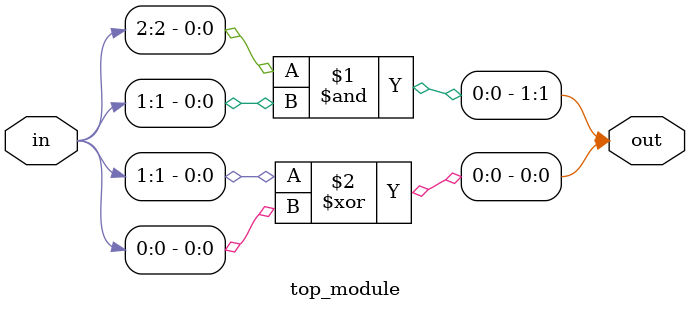
<source format=sv>
module top_module (
	input [2:0] in,
	output [1:0] out
);
	// Combinational logic to calculate the output
	// The most significant bit of the result is stored in out[1]
	// The least significant bit is stored in out[0]
	assign out[1] = in[2] & in[1];
	assign out[0] = in[1] ^ in[0];
endmodule

</source>
